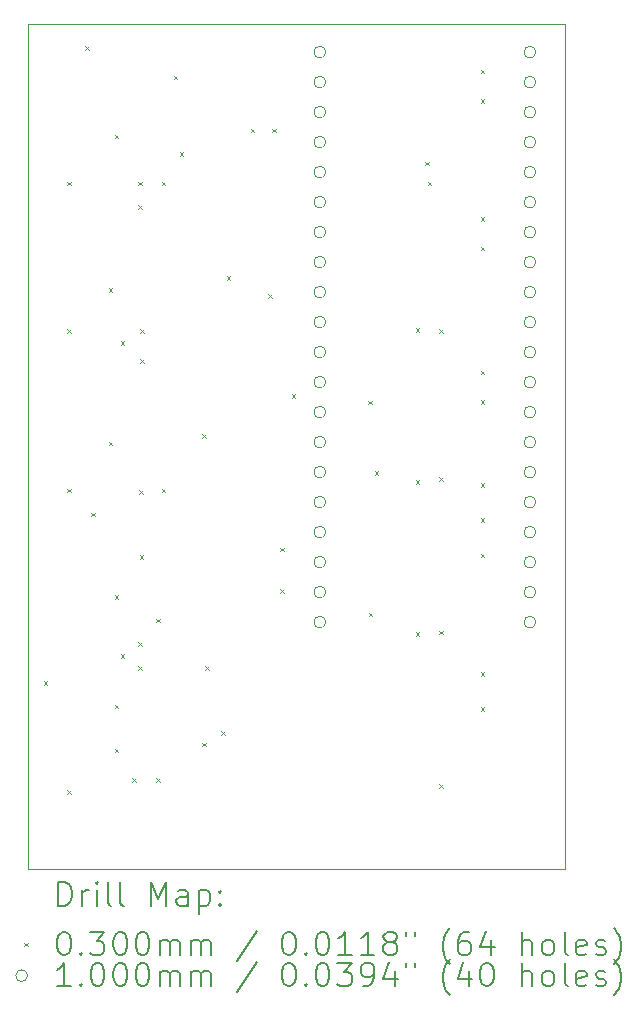
<source format=gbr>
%TF.GenerationSoftware,KiCad,Pcbnew,8.0.1*%
%TF.CreationDate,2024-03-31T18:38:25-05:00*%
%TF.ProjectId,dinoctopus_v2,64696e6f-6374-46f7-9075-735f76322e6b,rev?*%
%TF.SameCoordinates,Original*%
%TF.FileFunction,Drillmap*%
%TF.FilePolarity,Positive*%
%FSLAX45Y45*%
G04 Gerber Fmt 4.5, Leading zero omitted, Abs format (unit mm)*
G04 Created by KiCad (PCBNEW 8.0.1) date 2024-03-31 18:38:25*
%MOMM*%
%LPD*%
G01*
G04 APERTURE LIST*
%ADD10C,0.050000*%
%ADD11C,0.200000*%
%ADD12C,0.100000*%
G04 APERTURE END LIST*
D10*
X2650000Y-2950000D02*
X7200000Y-2950000D01*
X7200000Y-10100000D01*
X2650000Y-10100000D01*
X2650000Y-2950000D01*
D11*
D12*
X2785000Y-8513750D02*
X2815000Y-8543750D01*
X2815000Y-8513750D02*
X2785000Y-8543750D01*
X2985000Y-4285000D02*
X3015000Y-4315000D01*
X3015000Y-4285000D02*
X2985000Y-4315000D01*
X2985000Y-5535000D02*
X3015000Y-5565000D01*
X3015000Y-5535000D02*
X2985000Y-5565000D01*
X2985000Y-6885000D02*
X3015000Y-6915000D01*
X3015000Y-6885000D02*
X2985000Y-6915000D01*
X2985000Y-9435000D02*
X3015000Y-9465000D01*
X3015000Y-9435000D02*
X2985000Y-9465000D01*
X3135000Y-3135000D02*
X3165000Y-3165000D01*
X3165000Y-3135000D02*
X3135000Y-3165000D01*
X3185000Y-7085000D02*
X3215000Y-7115000D01*
X3215000Y-7085000D02*
X3185000Y-7115000D01*
X3335000Y-5185000D02*
X3365000Y-5215000D01*
X3365000Y-5185000D02*
X3335000Y-5215000D01*
X3335000Y-6485000D02*
X3365000Y-6515000D01*
X3365000Y-6485000D02*
X3335000Y-6515000D01*
X3385000Y-3885000D02*
X3415000Y-3915000D01*
X3415000Y-3885000D02*
X3385000Y-3915000D01*
X3385000Y-7785000D02*
X3415000Y-7815000D01*
X3415000Y-7785000D02*
X3385000Y-7815000D01*
X3385000Y-8712778D02*
X3415000Y-8742778D01*
X3415000Y-8712778D02*
X3385000Y-8742778D01*
X3385000Y-9085000D02*
X3415000Y-9115000D01*
X3415000Y-9085000D02*
X3385000Y-9115000D01*
X3435000Y-5635000D02*
X3465000Y-5665000D01*
X3465000Y-5635000D02*
X3435000Y-5665000D01*
X3435000Y-8285000D02*
X3465000Y-8315000D01*
X3465000Y-8285000D02*
X3435000Y-8315000D01*
X3535000Y-9335000D02*
X3565000Y-9365000D01*
X3565000Y-9335000D02*
X3535000Y-9365000D01*
X3585000Y-4285000D02*
X3615000Y-4315000D01*
X3615000Y-4285000D02*
X3585000Y-4315000D01*
X3585000Y-4485000D02*
X3615000Y-4515000D01*
X3615000Y-4485000D02*
X3585000Y-4515000D01*
X3585000Y-8185000D02*
X3615000Y-8215000D01*
X3615000Y-8185000D02*
X3585000Y-8215000D01*
X3585000Y-8385000D02*
X3615000Y-8415000D01*
X3615000Y-8385000D02*
X3585000Y-8415000D01*
X3592810Y-6897017D02*
X3622810Y-6927017D01*
X3622810Y-6897017D02*
X3592810Y-6927017D01*
X3595655Y-7445655D02*
X3625655Y-7475655D01*
X3625655Y-7445655D02*
X3595655Y-7475655D01*
X3602500Y-5535000D02*
X3632500Y-5565000D01*
X3632500Y-5535000D02*
X3602500Y-5565000D01*
X3602500Y-5785000D02*
X3632500Y-5815000D01*
X3632500Y-5785000D02*
X3602500Y-5815000D01*
X3735000Y-7985000D02*
X3765000Y-8015000D01*
X3765000Y-7985000D02*
X3735000Y-8015000D01*
X3735000Y-9335000D02*
X3765000Y-9365000D01*
X3765000Y-9335000D02*
X3735000Y-9365000D01*
X3785000Y-4285000D02*
X3815000Y-4315000D01*
X3815000Y-4285000D02*
X3785000Y-4315000D01*
X3785000Y-6885000D02*
X3815000Y-6915000D01*
X3815000Y-6885000D02*
X3785000Y-6915000D01*
X3885000Y-3385000D02*
X3915000Y-3415000D01*
X3915000Y-3385000D02*
X3885000Y-3415000D01*
X3935000Y-4035000D02*
X3965000Y-4065000D01*
X3965000Y-4035000D02*
X3935000Y-4065000D01*
X4125000Y-6423889D02*
X4155000Y-6453889D01*
X4155000Y-6423889D02*
X4125000Y-6453889D01*
X4125000Y-9032777D02*
X4155000Y-9062777D01*
X4155000Y-9032777D02*
X4125000Y-9062777D01*
X4152500Y-8385000D02*
X4182500Y-8415000D01*
X4182500Y-8385000D02*
X4152500Y-8415000D01*
X4285000Y-8935000D02*
X4315000Y-8965000D01*
X4315000Y-8935000D02*
X4285000Y-8965000D01*
X4335000Y-5085000D02*
X4365000Y-5115000D01*
X4365000Y-5085000D02*
X4335000Y-5115000D01*
X4535000Y-3835000D02*
X4565000Y-3865000D01*
X4565000Y-3835000D02*
X4535000Y-3865000D01*
X4685000Y-5235000D02*
X4715000Y-5265000D01*
X4715000Y-5235000D02*
X4685000Y-5265000D01*
X4717500Y-3835000D02*
X4747500Y-3865000D01*
X4747500Y-3835000D02*
X4717500Y-3865000D01*
X4785000Y-7385000D02*
X4815000Y-7415000D01*
X4815000Y-7385000D02*
X4785000Y-7415000D01*
X4785000Y-7735000D02*
X4815000Y-7765000D01*
X4815000Y-7735000D02*
X4785000Y-7765000D01*
X4885000Y-6085000D02*
X4915000Y-6115000D01*
X4915000Y-6085000D02*
X4885000Y-6115000D01*
X5532000Y-6139000D02*
X5562000Y-6169000D01*
X5562000Y-6139000D02*
X5532000Y-6169000D01*
X5535000Y-7935000D02*
X5565000Y-7965000D01*
X5565000Y-7935000D02*
X5535000Y-7965000D01*
X5585000Y-6735000D02*
X5615000Y-6765000D01*
X5615000Y-6735000D02*
X5585000Y-6765000D01*
X5935000Y-5522500D02*
X5965000Y-5552500D01*
X5965000Y-5522500D02*
X5935000Y-5552500D01*
X5935000Y-6810000D02*
X5965000Y-6840000D01*
X5965000Y-6810000D02*
X5935000Y-6840000D01*
X5935000Y-8097500D02*
X5965000Y-8127500D01*
X5965000Y-8097500D02*
X5935000Y-8127500D01*
X6014233Y-4113418D02*
X6044233Y-4143418D01*
X6044233Y-4113418D02*
X6014233Y-4143418D01*
X6035000Y-4285000D02*
X6065000Y-4315000D01*
X6065000Y-4285000D02*
X6035000Y-4315000D01*
X6135000Y-5535000D02*
X6165000Y-5565000D01*
X6165000Y-5535000D02*
X6135000Y-5565000D01*
X6135000Y-6785000D02*
X6165000Y-6815000D01*
X6165000Y-6785000D02*
X6135000Y-6815000D01*
X6135000Y-8085000D02*
X6165000Y-8115000D01*
X6165000Y-8085000D02*
X6135000Y-8115000D01*
X6135000Y-9385000D02*
X6165000Y-9415000D01*
X6165000Y-9385000D02*
X6135000Y-9415000D01*
X6485000Y-3335000D02*
X6515000Y-3365000D01*
X6515000Y-3335000D02*
X6485000Y-3365000D01*
X6485000Y-3585000D02*
X6515000Y-3615000D01*
X6515000Y-3585000D02*
X6485000Y-3615000D01*
X6485000Y-4585000D02*
X6515000Y-4615000D01*
X6515000Y-4585000D02*
X6485000Y-4615000D01*
X6485000Y-4835000D02*
X6515000Y-4865000D01*
X6515000Y-4835000D02*
X6485000Y-4865000D01*
X6485000Y-5885000D02*
X6515000Y-5915000D01*
X6515000Y-5885000D02*
X6485000Y-5915000D01*
X6485000Y-6135000D02*
X6515000Y-6165000D01*
X6515000Y-6135000D02*
X6485000Y-6165000D01*
X6485000Y-6835000D02*
X6515000Y-6865000D01*
X6515000Y-6835000D02*
X6485000Y-6865000D01*
X6485000Y-7135000D02*
X6515000Y-7165000D01*
X6515000Y-7135000D02*
X6485000Y-7165000D01*
X6485000Y-7435000D02*
X6515000Y-7465000D01*
X6515000Y-7435000D02*
X6485000Y-7465000D01*
X6485000Y-8435000D02*
X6515000Y-8465000D01*
X6515000Y-8435000D02*
X6485000Y-8465000D01*
X6485000Y-8735000D02*
X6515000Y-8765000D01*
X6515000Y-8735000D02*
X6485000Y-8765000D01*
X5171778Y-3186566D02*
G75*
G02*
X5071778Y-3186566I-50000J0D01*
G01*
X5071778Y-3186566D02*
G75*
G02*
X5171778Y-3186566I50000J0D01*
G01*
X5171778Y-3440566D02*
G75*
G02*
X5071778Y-3440566I-50000J0D01*
G01*
X5071778Y-3440566D02*
G75*
G02*
X5171778Y-3440566I50000J0D01*
G01*
X5171778Y-3694566D02*
G75*
G02*
X5071778Y-3694566I-50000J0D01*
G01*
X5071778Y-3694566D02*
G75*
G02*
X5171778Y-3694566I50000J0D01*
G01*
X5171778Y-3948566D02*
G75*
G02*
X5071778Y-3948566I-50000J0D01*
G01*
X5071778Y-3948566D02*
G75*
G02*
X5171778Y-3948566I50000J0D01*
G01*
X5171778Y-4202566D02*
G75*
G02*
X5071778Y-4202566I-50000J0D01*
G01*
X5071778Y-4202566D02*
G75*
G02*
X5171778Y-4202566I50000J0D01*
G01*
X5171778Y-4456566D02*
G75*
G02*
X5071778Y-4456566I-50000J0D01*
G01*
X5071778Y-4456566D02*
G75*
G02*
X5171778Y-4456566I50000J0D01*
G01*
X5171778Y-4710566D02*
G75*
G02*
X5071778Y-4710566I-50000J0D01*
G01*
X5071778Y-4710566D02*
G75*
G02*
X5171778Y-4710566I50000J0D01*
G01*
X5171778Y-4964566D02*
G75*
G02*
X5071778Y-4964566I-50000J0D01*
G01*
X5071778Y-4964566D02*
G75*
G02*
X5171778Y-4964566I50000J0D01*
G01*
X5171778Y-5218566D02*
G75*
G02*
X5071778Y-5218566I-50000J0D01*
G01*
X5071778Y-5218566D02*
G75*
G02*
X5171778Y-5218566I50000J0D01*
G01*
X5171778Y-5472566D02*
G75*
G02*
X5071778Y-5472566I-50000J0D01*
G01*
X5071778Y-5472566D02*
G75*
G02*
X5171778Y-5472566I50000J0D01*
G01*
X5171778Y-5726566D02*
G75*
G02*
X5071778Y-5726566I-50000J0D01*
G01*
X5071778Y-5726566D02*
G75*
G02*
X5171778Y-5726566I50000J0D01*
G01*
X5171778Y-5980566D02*
G75*
G02*
X5071778Y-5980566I-50000J0D01*
G01*
X5071778Y-5980566D02*
G75*
G02*
X5171778Y-5980566I50000J0D01*
G01*
X5171778Y-6234566D02*
G75*
G02*
X5071778Y-6234566I-50000J0D01*
G01*
X5071778Y-6234566D02*
G75*
G02*
X5171778Y-6234566I50000J0D01*
G01*
X5171778Y-6488566D02*
G75*
G02*
X5071778Y-6488566I-50000J0D01*
G01*
X5071778Y-6488566D02*
G75*
G02*
X5171778Y-6488566I50000J0D01*
G01*
X5171778Y-6742566D02*
G75*
G02*
X5071778Y-6742566I-50000J0D01*
G01*
X5071778Y-6742566D02*
G75*
G02*
X5171778Y-6742566I50000J0D01*
G01*
X5171778Y-6996566D02*
G75*
G02*
X5071778Y-6996566I-50000J0D01*
G01*
X5071778Y-6996566D02*
G75*
G02*
X5171778Y-6996566I50000J0D01*
G01*
X5171778Y-7250566D02*
G75*
G02*
X5071778Y-7250566I-50000J0D01*
G01*
X5071778Y-7250566D02*
G75*
G02*
X5171778Y-7250566I50000J0D01*
G01*
X5171778Y-7504566D02*
G75*
G02*
X5071778Y-7504566I-50000J0D01*
G01*
X5071778Y-7504566D02*
G75*
G02*
X5171778Y-7504566I50000J0D01*
G01*
X5171778Y-7758566D02*
G75*
G02*
X5071778Y-7758566I-50000J0D01*
G01*
X5071778Y-7758566D02*
G75*
G02*
X5171778Y-7758566I50000J0D01*
G01*
X5171778Y-8012566D02*
G75*
G02*
X5071778Y-8012566I-50000J0D01*
G01*
X5071778Y-8012566D02*
G75*
G02*
X5171778Y-8012566I50000J0D01*
G01*
X6950000Y-3186693D02*
G75*
G02*
X6850000Y-3186693I-50000J0D01*
G01*
X6850000Y-3186693D02*
G75*
G02*
X6950000Y-3186693I50000J0D01*
G01*
X6950000Y-3440693D02*
G75*
G02*
X6850000Y-3440693I-50000J0D01*
G01*
X6850000Y-3440693D02*
G75*
G02*
X6950000Y-3440693I50000J0D01*
G01*
X6950000Y-3694693D02*
G75*
G02*
X6850000Y-3694693I-50000J0D01*
G01*
X6850000Y-3694693D02*
G75*
G02*
X6950000Y-3694693I50000J0D01*
G01*
X6950000Y-3948693D02*
G75*
G02*
X6850000Y-3948693I-50000J0D01*
G01*
X6850000Y-3948693D02*
G75*
G02*
X6950000Y-3948693I50000J0D01*
G01*
X6950000Y-4202693D02*
G75*
G02*
X6850000Y-4202693I-50000J0D01*
G01*
X6850000Y-4202693D02*
G75*
G02*
X6950000Y-4202693I50000J0D01*
G01*
X6950000Y-4456693D02*
G75*
G02*
X6850000Y-4456693I-50000J0D01*
G01*
X6850000Y-4456693D02*
G75*
G02*
X6950000Y-4456693I50000J0D01*
G01*
X6950000Y-4710693D02*
G75*
G02*
X6850000Y-4710693I-50000J0D01*
G01*
X6850000Y-4710693D02*
G75*
G02*
X6950000Y-4710693I50000J0D01*
G01*
X6950000Y-4964693D02*
G75*
G02*
X6850000Y-4964693I-50000J0D01*
G01*
X6850000Y-4964693D02*
G75*
G02*
X6950000Y-4964693I50000J0D01*
G01*
X6950000Y-5218693D02*
G75*
G02*
X6850000Y-5218693I-50000J0D01*
G01*
X6850000Y-5218693D02*
G75*
G02*
X6950000Y-5218693I50000J0D01*
G01*
X6950000Y-5472693D02*
G75*
G02*
X6850000Y-5472693I-50000J0D01*
G01*
X6850000Y-5472693D02*
G75*
G02*
X6950000Y-5472693I50000J0D01*
G01*
X6950000Y-5726693D02*
G75*
G02*
X6850000Y-5726693I-50000J0D01*
G01*
X6850000Y-5726693D02*
G75*
G02*
X6950000Y-5726693I50000J0D01*
G01*
X6950000Y-5980693D02*
G75*
G02*
X6850000Y-5980693I-50000J0D01*
G01*
X6850000Y-5980693D02*
G75*
G02*
X6950000Y-5980693I50000J0D01*
G01*
X6950000Y-6234693D02*
G75*
G02*
X6850000Y-6234693I-50000J0D01*
G01*
X6850000Y-6234693D02*
G75*
G02*
X6950000Y-6234693I50000J0D01*
G01*
X6950000Y-6488693D02*
G75*
G02*
X6850000Y-6488693I-50000J0D01*
G01*
X6850000Y-6488693D02*
G75*
G02*
X6950000Y-6488693I50000J0D01*
G01*
X6950000Y-6742693D02*
G75*
G02*
X6850000Y-6742693I-50000J0D01*
G01*
X6850000Y-6742693D02*
G75*
G02*
X6950000Y-6742693I50000J0D01*
G01*
X6950000Y-6996693D02*
G75*
G02*
X6850000Y-6996693I-50000J0D01*
G01*
X6850000Y-6996693D02*
G75*
G02*
X6950000Y-6996693I50000J0D01*
G01*
X6950000Y-7250693D02*
G75*
G02*
X6850000Y-7250693I-50000J0D01*
G01*
X6850000Y-7250693D02*
G75*
G02*
X6950000Y-7250693I50000J0D01*
G01*
X6950000Y-7504693D02*
G75*
G02*
X6850000Y-7504693I-50000J0D01*
G01*
X6850000Y-7504693D02*
G75*
G02*
X6950000Y-7504693I50000J0D01*
G01*
X6950000Y-7758693D02*
G75*
G02*
X6850000Y-7758693I-50000J0D01*
G01*
X6850000Y-7758693D02*
G75*
G02*
X6950000Y-7758693I50000J0D01*
G01*
X6950000Y-8012693D02*
G75*
G02*
X6850000Y-8012693I-50000J0D01*
G01*
X6850000Y-8012693D02*
G75*
G02*
X6950000Y-8012693I50000J0D01*
G01*
D11*
X2908277Y-10413984D02*
X2908277Y-10213984D01*
X2908277Y-10213984D02*
X2955896Y-10213984D01*
X2955896Y-10213984D02*
X2984467Y-10223508D01*
X2984467Y-10223508D02*
X3003515Y-10242555D01*
X3003515Y-10242555D02*
X3013039Y-10261603D01*
X3013039Y-10261603D02*
X3022562Y-10299698D01*
X3022562Y-10299698D02*
X3022562Y-10328270D01*
X3022562Y-10328270D02*
X3013039Y-10366365D01*
X3013039Y-10366365D02*
X3003515Y-10385412D01*
X3003515Y-10385412D02*
X2984467Y-10404460D01*
X2984467Y-10404460D02*
X2955896Y-10413984D01*
X2955896Y-10413984D02*
X2908277Y-10413984D01*
X3108277Y-10413984D02*
X3108277Y-10280650D01*
X3108277Y-10318746D02*
X3117801Y-10299698D01*
X3117801Y-10299698D02*
X3127324Y-10290174D01*
X3127324Y-10290174D02*
X3146372Y-10280650D01*
X3146372Y-10280650D02*
X3165420Y-10280650D01*
X3232086Y-10413984D02*
X3232086Y-10280650D01*
X3232086Y-10213984D02*
X3222562Y-10223508D01*
X3222562Y-10223508D02*
X3232086Y-10233031D01*
X3232086Y-10233031D02*
X3241610Y-10223508D01*
X3241610Y-10223508D02*
X3232086Y-10213984D01*
X3232086Y-10213984D02*
X3232086Y-10233031D01*
X3355896Y-10413984D02*
X3336848Y-10404460D01*
X3336848Y-10404460D02*
X3327324Y-10385412D01*
X3327324Y-10385412D02*
X3327324Y-10213984D01*
X3460658Y-10413984D02*
X3441610Y-10404460D01*
X3441610Y-10404460D02*
X3432086Y-10385412D01*
X3432086Y-10385412D02*
X3432086Y-10213984D01*
X3689229Y-10413984D02*
X3689229Y-10213984D01*
X3689229Y-10213984D02*
X3755896Y-10356841D01*
X3755896Y-10356841D02*
X3822562Y-10213984D01*
X3822562Y-10213984D02*
X3822562Y-10413984D01*
X4003515Y-10413984D02*
X4003515Y-10309222D01*
X4003515Y-10309222D02*
X3993991Y-10290174D01*
X3993991Y-10290174D02*
X3974943Y-10280650D01*
X3974943Y-10280650D02*
X3936848Y-10280650D01*
X3936848Y-10280650D02*
X3917801Y-10290174D01*
X4003515Y-10404460D02*
X3984467Y-10413984D01*
X3984467Y-10413984D02*
X3936848Y-10413984D01*
X3936848Y-10413984D02*
X3917801Y-10404460D01*
X3917801Y-10404460D02*
X3908277Y-10385412D01*
X3908277Y-10385412D02*
X3908277Y-10366365D01*
X3908277Y-10366365D02*
X3917801Y-10347317D01*
X3917801Y-10347317D02*
X3936848Y-10337793D01*
X3936848Y-10337793D02*
X3984467Y-10337793D01*
X3984467Y-10337793D02*
X4003515Y-10328270D01*
X4098753Y-10280650D02*
X4098753Y-10480650D01*
X4098753Y-10290174D02*
X4117801Y-10280650D01*
X4117801Y-10280650D02*
X4155896Y-10280650D01*
X4155896Y-10280650D02*
X4174943Y-10290174D01*
X4174943Y-10290174D02*
X4184467Y-10299698D01*
X4184467Y-10299698D02*
X4193991Y-10318746D01*
X4193991Y-10318746D02*
X4193991Y-10375889D01*
X4193991Y-10375889D02*
X4184467Y-10394936D01*
X4184467Y-10394936D02*
X4174943Y-10404460D01*
X4174943Y-10404460D02*
X4155896Y-10413984D01*
X4155896Y-10413984D02*
X4117801Y-10413984D01*
X4117801Y-10413984D02*
X4098753Y-10404460D01*
X4279705Y-10394936D02*
X4289229Y-10404460D01*
X4289229Y-10404460D02*
X4279705Y-10413984D01*
X4279705Y-10413984D02*
X4270182Y-10404460D01*
X4270182Y-10404460D02*
X4279705Y-10394936D01*
X4279705Y-10394936D02*
X4279705Y-10413984D01*
X4279705Y-10290174D02*
X4289229Y-10299698D01*
X4289229Y-10299698D02*
X4279705Y-10309222D01*
X4279705Y-10309222D02*
X4270182Y-10299698D01*
X4270182Y-10299698D02*
X4279705Y-10290174D01*
X4279705Y-10290174D02*
X4279705Y-10309222D01*
D12*
X2617500Y-10727500D02*
X2647500Y-10757500D01*
X2647500Y-10727500D02*
X2617500Y-10757500D01*
D11*
X2946372Y-10633984D02*
X2965420Y-10633984D01*
X2965420Y-10633984D02*
X2984467Y-10643508D01*
X2984467Y-10643508D02*
X2993991Y-10653031D01*
X2993991Y-10653031D02*
X3003515Y-10672079D01*
X3003515Y-10672079D02*
X3013039Y-10710174D01*
X3013039Y-10710174D02*
X3013039Y-10757793D01*
X3013039Y-10757793D02*
X3003515Y-10795889D01*
X3003515Y-10795889D02*
X2993991Y-10814936D01*
X2993991Y-10814936D02*
X2984467Y-10824460D01*
X2984467Y-10824460D02*
X2965420Y-10833984D01*
X2965420Y-10833984D02*
X2946372Y-10833984D01*
X2946372Y-10833984D02*
X2927324Y-10824460D01*
X2927324Y-10824460D02*
X2917801Y-10814936D01*
X2917801Y-10814936D02*
X2908277Y-10795889D01*
X2908277Y-10795889D02*
X2898753Y-10757793D01*
X2898753Y-10757793D02*
X2898753Y-10710174D01*
X2898753Y-10710174D02*
X2908277Y-10672079D01*
X2908277Y-10672079D02*
X2917801Y-10653031D01*
X2917801Y-10653031D02*
X2927324Y-10643508D01*
X2927324Y-10643508D02*
X2946372Y-10633984D01*
X3098753Y-10814936D02*
X3108277Y-10824460D01*
X3108277Y-10824460D02*
X3098753Y-10833984D01*
X3098753Y-10833984D02*
X3089229Y-10824460D01*
X3089229Y-10824460D02*
X3098753Y-10814936D01*
X3098753Y-10814936D02*
X3098753Y-10833984D01*
X3174943Y-10633984D02*
X3298753Y-10633984D01*
X3298753Y-10633984D02*
X3232086Y-10710174D01*
X3232086Y-10710174D02*
X3260658Y-10710174D01*
X3260658Y-10710174D02*
X3279705Y-10719698D01*
X3279705Y-10719698D02*
X3289229Y-10729222D01*
X3289229Y-10729222D02*
X3298753Y-10748270D01*
X3298753Y-10748270D02*
X3298753Y-10795889D01*
X3298753Y-10795889D02*
X3289229Y-10814936D01*
X3289229Y-10814936D02*
X3279705Y-10824460D01*
X3279705Y-10824460D02*
X3260658Y-10833984D01*
X3260658Y-10833984D02*
X3203515Y-10833984D01*
X3203515Y-10833984D02*
X3184467Y-10824460D01*
X3184467Y-10824460D02*
X3174943Y-10814936D01*
X3422562Y-10633984D02*
X3441610Y-10633984D01*
X3441610Y-10633984D02*
X3460658Y-10643508D01*
X3460658Y-10643508D02*
X3470182Y-10653031D01*
X3470182Y-10653031D02*
X3479705Y-10672079D01*
X3479705Y-10672079D02*
X3489229Y-10710174D01*
X3489229Y-10710174D02*
X3489229Y-10757793D01*
X3489229Y-10757793D02*
X3479705Y-10795889D01*
X3479705Y-10795889D02*
X3470182Y-10814936D01*
X3470182Y-10814936D02*
X3460658Y-10824460D01*
X3460658Y-10824460D02*
X3441610Y-10833984D01*
X3441610Y-10833984D02*
X3422562Y-10833984D01*
X3422562Y-10833984D02*
X3403515Y-10824460D01*
X3403515Y-10824460D02*
X3393991Y-10814936D01*
X3393991Y-10814936D02*
X3384467Y-10795889D01*
X3384467Y-10795889D02*
X3374943Y-10757793D01*
X3374943Y-10757793D02*
X3374943Y-10710174D01*
X3374943Y-10710174D02*
X3384467Y-10672079D01*
X3384467Y-10672079D02*
X3393991Y-10653031D01*
X3393991Y-10653031D02*
X3403515Y-10643508D01*
X3403515Y-10643508D02*
X3422562Y-10633984D01*
X3613039Y-10633984D02*
X3632086Y-10633984D01*
X3632086Y-10633984D02*
X3651134Y-10643508D01*
X3651134Y-10643508D02*
X3660658Y-10653031D01*
X3660658Y-10653031D02*
X3670182Y-10672079D01*
X3670182Y-10672079D02*
X3679705Y-10710174D01*
X3679705Y-10710174D02*
X3679705Y-10757793D01*
X3679705Y-10757793D02*
X3670182Y-10795889D01*
X3670182Y-10795889D02*
X3660658Y-10814936D01*
X3660658Y-10814936D02*
X3651134Y-10824460D01*
X3651134Y-10824460D02*
X3632086Y-10833984D01*
X3632086Y-10833984D02*
X3613039Y-10833984D01*
X3613039Y-10833984D02*
X3593991Y-10824460D01*
X3593991Y-10824460D02*
X3584467Y-10814936D01*
X3584467Y-10814936D02*
X3574943Y-10795889D01*
X3574943Y-10795889D02*
X3565420Y-10757793D01*
X3565420Y-10757793D02*
X3565420Y-10710174D01*
X3565420Y-10710174D02*
X3574943Y-10672079D01*
X3574943Y-10672079D02*
X3584467Y-10653031D01*
X3584467Y-10653031D02*
X3593991Y-10643508D01*
X3593991Y-10643508D02*
X3613039Y-10633984D01*
X3765420Y-10833984D02*
X3765420Y-10700650D01*
X3765420Y-10719698D02*
X3774943Y-10710174D01*
X3774943Y-10710174D02*
X3793991Y-10700650D01*
X3793991Y-10700650D02*
X3822563Y-10700650D01*
X3822563Y-10700650D02*
X3841610Y-10710174D01*
X3841610Y-10710174D02*
X3851134Y-10729222D01*
X3851134Y-10729222D02*
X3851134Y-10833984D01*
X3851134Y-10729222D02*
X3860658Y-10710174D01*
X3860658Y-10710174D02*
X3879705Y-10700650D01*
X3879705Y-10700650D02*
X3908277Y-10700650D01*
X3908277Y-10700650D02*
X3927324Y-10710174D01*
X3927324Y-10710174D02*
X3936848Y-10729222D01*
X3936848Y-10729222D02*
X3936848Y-10833984D01*
X4032086Y-10833984D02*
X4032086Y-10700650D01*
X4032086Y-10719698D02*
X4041610Y-10710174D01*
X4041610Y-10710174D02*
X4060658Y-10700650D01*
X4060658Y-10700650D02*
X4089229Y-10700650D01*
X4089229Y-10700650D02*
X4108277Y-10710174D01*
X4108277Y-10710174D02*
X4117801Y-10729222D01*
X4117801Y-10729222D02*
X4117801Y-10833984D01*
X4117801Y-10729222D02*
X4127324Y-10710174D01*
X4127324Y-10710174D02*
X4146372Y-10700650D01*
X4146372Y-10700650D02*
X4174943Y-10700650D01*
X4174943Y-10700650D02*
X4193991Y-10710174D01*
X4193991Y-10710174D02*
X4203515Y-10729222D01*
X4203515Y-10729222D02*
X4203515Y-10833984D01*
X4593991Y-10624460D02*
X4422563Y-10881603D01*
X4851134Y-10633984D02*
X4870182Y-10633984D01*
X4870182Y-10633984D02*
X4889229Y-10643508D01*
X4889229Y-10643508D02*
X4898753Y-10653031D01*
X4898753Y-10653031D02*
X4908277Y-10672079D01*
X4908277Y-10672079D02*
X4917801Y-10710174D01*
X4917801Y-10710174D02*
X4917801Y-10757793D01*
X4917801Y-10757793D02*
X4908277Y-10795889D01*
X4908277Y-10795889D02*
X4898753Y-10814936D01*
X4898753Y-10814936D02*
X4889229Y-10824460D01*
X4889229Y-10824460D02*
X4870182Y-10833984D01*
X4870182Y-10833984D02*
X4851134Y-10833984D01*
X4851134Y-10833984D02*
X4832087Y-10824460D01*
X4832087Y-10824460D02*
X4822563Y-10814936D01*
X4822563Y-10814936D02*
X4813039Y-10795889D01*
X4813039Y-10795889D02*
X4803515Y-10757793D01*
X4803515Y-10757793D02*
X4803515Y-10710174D01*
X4803515Y-10710174D02*
X4813039Y-10672079D01*
X4813039Y-10672079D02*
X4822563Y-10653031D01*
X4822563Y-10653031D02*
X4832087Y-10643508D01*
X4832087Y-10643508D02*
X4851134Y-10633984D01*
X5003515Y-10814936D02*
X5013039Y-10824460D01*
X5013039Y-10824460D02*
X5003515Y-10833984D01*
X5003515Y-10833984D02*
X4993991Y-10824460D01*
X4993991Y-10824460D02*
X5003515Y-10814936D01*
X5003515Y-10814936D02*
X5003515Y-10833984D01*
X5136848Y-10633984D02*
X5155896Y-10633984D01*
X5155896Y-10633984D02*
X5174944Y-10643508D01*
X5174944Y-10643508D02*
X5184468Y-10653031D01*
X5184468Y-10653031D02*
X5193991Y-10672079D01*
X5193991Y-10672079D02*
X5203515Y-10710174D01*
X5203515Y-10710174D02*
X5203515Y-10757793D01*
X5203515Y-10757793D02*
X5193991Y-10795889D01*
X5193991Y-10795889D02*
X5184468Y-10814936D01*
X5184468Y-10814936D02*
X5174944Y-10824460D01*
X5174944Y-10824460D02*
X5155896Y-10833984D01*
X5155896Y-10833984D02*
X5136848Y-10833984D01*
X5136848Y-10833984D02*
X5117801Y-10824460D01*
X5117801Y-10824460D02*
X5108277Y-10814936D01*
X5108277Y-10814936D02*
X5098753Y-10795889D01*
X5098753Y-10795889D02*
X5089229Y-10757793D01*
X5089229Y-10757793D02*
X5089229Y-10710174D01*
X5089229Y-10710174D02*
X5098753Y-10672079D01*
X5098753Y-10672079D02*
X5108277Y-10653031D01*
X5108277Y-10653031D02*
X5117801Y-10643508D01*
X5117801Y-10643508D02*
X5136848Y-10633984D01*
X5393991Y-10833984D02*
X5279706Y-10833984D01*
X5336848Y-10833984D02*
X5336848Y-10633984D01*
X5336848Y-10633984D02*
X5317801Y-10662555D01*
X5317801Y-10662555D02*
X5298753Y-10681603D01*
X5298753Y-10681603D02*
X5279706Y-10691127D01*
X5584468Y-10833984D02*
X5470182Y-10833984D01*
X5527325Y-10833984D02*
X5527325Y-10633984D01*
X5527325Y-10633984D02*
X5508277Y-10662555D01*
X5508277Y-10662555D02*
X5489229Y-10681603D01*
X5489229Y-10681603D02*
X5470182Y-10691127D01*
X5698753Y-10719698D02*
X5679706Y-10710174D01*
X5679706Y-10710174D02*
X5670182Y-10700650D01*
X5670182Y-10700650D02*
X5660658Y-10681603D01*
X5660658Y-10681603D02*
X5660658Y-10672079D01*
X5660658Y-10672079D02*
X5670182Y-10653031D01*
X5670182Y-10653031D02*
X5679706Y-10643508D01*
X5679706Y-10643508D02*
X5698753Y-10633984D01*
X5698753Y-10633984D02*
X5736848Y-10633984D01*
X5736848Y-10633984D02*
X5755896Y-10643508D01*
X5755896Y-10643508D02*
X5765420Y-10653031D01*
X5765420Y-10653031D02*
X5774944Y-10672079D01*
X5774944Y-10672079D02*
X5774944Y-10681603D01*
X5774944Y-10681603D02*
X5765420Y-10700650D01*
X5765420Y-10700650D02*
X5755896Y-10710174D01*
X5755896Y-10710174D02*
X5736848Y-10719698D01*
X5736848Y-10719698D02*
X5698753Y-10719698D01*
X5698753Y-10719698D02*
X5679706Y-10729222D01*
X5679706Y-10729222D02*
X5670182Y-10738746D01*
X5670182Y-10738746D02*
X5660658Y-10757793D01*
X5660658Y-10757793D02*
X5660658Y-10795889D01*
X5660658Y-10795889D02*
X5670182Y-10814936D01*
X5670182Y-10814936D02*
X5679706Y-10824460D01*
X5679706Y-10824460D02*
X5698753Y-10833984D01*
X5698753Y-10833984D02*
X5736848Y-10833984D01*
X5736848Y-10833984D02*
X5755896Y-10824460D01*
X5755896Y-10824460D02*
X5765420Y-10814936D01*
X5765420Y-10814936D02*
X5774944Y-10795889D01*
X5774944Y-10795889D02*
X5774944Y-10757793D01*
X5774944Y-10757793D02*
X5765420Y-10738746D01*
X5765420Y-10738746D02*
X5755896Y-10729222D01*
X5755896Y-10729222D02*
X5736848Y-10719698D01*
X5851134Y-10633984D02*
X5851134Y-10672079D01*
X5927325Y-10633984D02*
X5927325Y-10672079D01*
X6222563Y-10910174D02*
X6213039Y-10900650D01*
X6213039Y-10900650D02*
X6193991Y-10872079D01*
X6193991Y-10872079D02*
X6184468Y-10853031D01*
X6184468Y-10853031D02*
X6174944Y-10824460D01*
X6174944Y-10824460D02*
X6165420Y-10776841D01*
X6165420Y-10776841D02*
X6165420Y-10738746D01*
X6165420Y-10738746D02*
X6174944Y-10691127D01*
X6174944Y-10691127D02*
X6184468Y-10662555D01*
X6184468Y-10662555D02*
X6193991Y-10643508D01*
X6193991Y-10643508D02*
X6213039Y-10614936D01*
X6213039Y-10614936D02*
X6222563Y-10605412D01*
X6384468Y-10633984D02*
X6346372Y-10633984D01*
X6346372Y-10633984D02*
X6327325Y-10643508D01*
X6327325Y-10643508D02*
X6317801Y-10653031D01*
X6317801Y-10653031D02*
X6298753Y-10681603D01*
X6298753Y-10681603D02*
X6289229Y-10719698D01*
X6289229Y-10719698D02*
X6289229Y-10795889D01*
X6289229Y-10795889D02*
X6298753Y-10814936D01*
X6298753Y-10814936D02*
X6308277Y-10824460D01*
X6308277Y-10824460D02*
X6327325Y-10833984D01*
X6327325Y-10833984D02*
X6365420Y-10833984D01*
X6365420Y-10833984D02*
X6384468Y-10824460D01*
X6384468Y-10824460D02*
X6393991Y-10814936D01*
X6393991Y-10814936D02*
X6403515Y-10795889D01*
X6403515Y-10795889D02*
X6403515Y-10748270D01*
X6403515Y-10748270D02*
X6393991Y-10729222D01*
X6393991Y-10729222D02*
X6384468Y-10719698D01*
X6384468Y-10719698D02*
X6365420Y-10710174D01*
X6365420Y-10710174D02*
X6327325Y-10710174D01*
X6327325Y-10710174D02*
X6308277Y-10719698D01*
X6308277Y-10719698D02*
X6298753Y-10729222D01*
X6298753Y-10729222D02*
X6289229Y-10748270D01*
X6574944Y-10700650D02*
X6574944Y-10833984D01*
X6527325Y-10624460D02*
X6479706Y-10767317D01*
X6479706Y-10767317D02*
X6603515Y-10767317D01*
X6832087Y-10833984D02*
X6832087Y-10633984D01*
X6917801Y-10833984D02*
X6917801Y-10729222D01*
X6917801Y-10729222D02*
X6908277Y-10710174D01*
X6908277Y-10710174D02*
X6889230Y-10700650D01*
X6889230Y-10700650D02*
X6860658Y-10700650D01*
X6860658Y-10700650D02*
X6841610Y-10710174D01*
X6841610Y-10710174D02*
X6832087Y-10719698D01*
X7041610Y-10833984D02*
X7022563Y-10824460D01*
X7022563Y-10824460D02*
X7013039Y-10814936D01*
X7013039Y-10814936D02*
X7003515Y-10795889D01*
X7003515Y-10795889D02*
X7003515Y-10738746D01*
X7003515Y-10738746D02*
X7013039Y-10719698D01*
X7013039Y-10719698D02*
X7022563Y-10710174D01*
X7022563Y-10710174D02*
X7041610Y-10700650D01*
X7041610Y-10700650D02*
X7070182Y-10700650D01*
X7070182Y-10700650D02*
X7089230Y-10710174D01*
X7089230Y-10710174D02*
X7098753Y-10719698D01*
X7098753Y-10719698D02*
X7108277Y-10738746D01*
X7108277Y-10738746D02*
X7108277Y-10795889D01*
X7108277Y-10795889D02*
X7098753Y-10814936D01*
X7098753Y-10814936D02*
X7089230Y-10824460D01*
X7089230Y-10824460D02*
X7070182Y-10833984D01*
X7070182Y-10833984D02*
X7041610Y-10833984D01*
X7222563Y-10833984D02*
X7203515Y-10824460D01*
X7203515Y-10824460D02*
X7193991Y-10805412D01*
X7193991Y-10805412D02*
X7193991Y-10633984D01*
X7374944Y-10824460D02*
X7355896Y-10833984D01*
X7355896Y-10833984D02*
X7317801Y-10833984D01*
X7317801Y-10833984D02*
X7298753Y-10824460D01*
X7298753Y-10824460D02*
X7289230Y-10805412D01*
X7289230Y-10805412D02*
X7289230Y-10729222D01*
X7289230Y-10729222D02*
X7298753Y-10710174D01*
X7298753Y-10710174D02*
X7317801Y-10700650D01*
X7317801Y-10700650D02*
X7355896Y-10700650D01*
X7355896Y-10700650D02*
X7374944Y-10710174D01*
X7374944Y-10710174D02*
X7384468Y-10729222D01*
X7384468Y-10729222D02*
X7384468Y-10748270D01*
X7384468Y-10748270D02*
X7289230Y-10767317D01*
X7460658Y-10824460D02*
X7479706Y-10833984D01*
X7479706Y-10833984D02*
X7517801Y-10833984D01*
X7517801Y-10833984D02*
X7536849Y-10824460D01*
X7536849Y-10824460D02*
X7546372Y-10805412D01*
X7546372Y-10805412D02*
X7546372Y-10795889D01*
X7546372Y-10795889D02*
X7536849Y-10776841D01*
X7536849Y-10776841D02*
X7517801Y-10767317D01*
X7517801Y-10767317D02*
X7489230Y-10767317D01*
X7489230Y-10767317D02*
X7470182Y-10757793D01*
X7470182Y-10757793D02*
X7460658Y-10738746D01*
X7460658Y-10738746D02*
X7460658Y-10729222D01*
X7460658Y-10729222D02*
X7470182Y-10710174D01*
X7470182Y-10710174D02*
X7489230Y-10700650D01*
X7489230Y-10700650D02*
X7517801Y-10700650D01*
X7517801Y-10700650D02*
X7536849Y-10710174D01*
X7613039Y-10910174D02*
X7622563Y-10900650D01*
X7622563Y-10900650D02*
X7641611Y-10872079D01*
X7641611Y-10872079D02*
X7651134Y-10853031D01*
X7651134Y-10853031D02*
X7660658Y-10824460D01*
X7660658Y-10824460D02*
X7670182Y-10776841D01*
X7670182Y-10776841D02*
X7670182Y-10738746D01*
X7670182Y-10738746D02*
X7660658Y-10691127D01*
X7660658Y-10691127D02*
X7651134Y-10662555D01*
X7651134Y-10662555D02*
X7641611Y-10643508D01*
X7641611Y-10643508D02*
X7622563Y-10614936D01*
X7622563Y-10614936D02*
X7613039Y-10605412D01*
D12*
X2647500Y-11006500D02*
G75*
G02*
X2547500Y-11006500I-50000J0D01*
G01*
X2547500Y-11006500D02*
G75*
G02*
X2647500Y-11006500I50000J0D01*
G01*
D11*
X3013039Y-11097984D02*
X2898753Y-11097984D01*
X2955896Y-11097984D02*
X2955896Y-10897984D01*
X2955896Y-10897984D02*
X2936848Y-10926555D01*
X2936848Y-10926555D02*
X2917801Y-10945603D01*
X2917801Y-10945603D02*
X2898753Y-10955127D01*
X3098753Y-11078936D02*
X3108277Y-11088460D01*
X3108277Y-11088460D02*
X3098753Y-11097984D01*
X3098753Y-11097984D02*
X3089229Y-11088460D01*
X3089229Y-11088460D02*
X3098753Y-11078936D01*
X3098753Y-11078936D02*
X3098753Y-11097984D01*
X3232086Y-10897984D02*
X3251134Y-10897984D01*
X3251134Y-10897984D02*
X3270182Y-10907508D01*
X3270182Y-10907508D02*
X3279705Y-10917031D01*
X3279705Y-10917031D02*
X3289229Y-10936079D01*
X3289229Y-10936079D02*
X3298753Y-10974174D01*
X3298753Y-10974174D02*
X3298753Y-11021793D01*
X3298753Y-11021793D02*
X3289229Y-11059889D01*
X3289229Y-11059889D02*
X3279705Y-11078936D01*
X3279705Y-11078936D02*
X3270182Y-11088460D01*
X3270182Y-11088460D02*
X3251134Y-11097984D01*
X3251134Y-11097984D02*
X3232086Y-11097984D01*
X3232086Y-11097984D02*
X3213039Y-11088460D01*
X3213039Y-11088460D02*
X3203515Y-11078936D01*
X3203515Y-11078936D02*
X3193991Y-11059889D01*
X3193991Y-11059889D02*
X3184467Y-11021793D01*
X3184467Y-11021793D02*
X3184467Y-10974174D01*
X3184467Y-10974174D02*
X3193991Y-10936079D01*
X3193991Y-10936079D02*
X3203515Y-10917031D01*
X3203515Y-10917031D02*
X3213039Y-10907508D01*
X3213039Y-10907508D02*
X3232086Y-10897984D01*
X3422562Y-10897984D02*
X3441610Y-10897984D01*
X3441610Y-10897984D02*
X3460658Y-10907508D01*
X3460658Y-10907508D02*
X3470182Y-10917031D01*
X3470182Y-10917031D02*
X3479705Y-10936079D01*
X3479705Y-10936079D02*
X3489229Y-10974174D01*
X3489229Y-10974174D02*
X3489229Y-11021793D01*
X3489229Y-11021793D02*
X3479705Y-11059889D01*
X3479705Y-11059889D02*
X3470182Y-11078936D01*
X3470182Y-11078936D02*
X3460658Y-11088460D01*
X3460658Y-11088460D02*
X3441610Y-11097984D01*
X3441610Y-11097984D02*
X3422562Y-11097984D01*
X3422562Y-11097984D02*
X3403515Y-11088460D01*
X3403515Y-11088460D02*
X3393991Y-11078936D01*
X3393991Y-11078936D02*
X3384467Y-11059889D01*
X3384467Y-11059889D02*
X3374943Y-11021793D01*
X3374943Y-11021793D02*
X3374943Y-10974174D01*
X3374943Y-10974174D02*
X3384467Y-10936079D01*
X3384467Y-10936079D02*
X3393991Y-10917031D01*
X3393991Y-10917031D02*
X3403515Y-10907508D01*
X3403515Y-10907508D02*
X3422562Y-10897984D01*
X3613039Y-10897984D02*
X3632086Y-10897984D01*
X3632086Y-10897984D02*
X3651134Y-10907508D01*
X3651134Y-10907508D02*
X3660658Y-10917031D01*
X3660658Y-10917031D02*
X3670182Y-10936079D01*
X3670182Y-10936079D02*
X3679705Y-10974174D01*
X3679705Y-10974174D02*
X3679705Y-11021793D01*
X3679705Y-11021793D02*
X3670182Y-11059889D01*
X3670182Y-11059889D02*
X3660658Y-11078936D01*
X3660658Y-11078936D02*
X3651134Y-11088460D01*
X3651134Y-11088460D02*
X3632086Y-11097984D01*
X3632086Y-11097984D02*
X3613039Y-11097984D01*
X3613039Y-11097984D02*
X3593991Y-11088460D01*
X3593991Y-11088460D02*
X3584467Y-11078936D01*
X3584467Y-11078936D02*
X3574943Y-11059889D01*
X3574943Y-11059889D02*
X3565420Y-11021793D01*
X3565420Y-11021793D02*
X3565420Y-10974174D01*
X3565420Y-10974174D02*
X3574943Y-10936079D01*
X3574943Y-10936079D02*
X3584467Y-10917031D01*
X3584467Y-10917031D02*
X3593991Y-10907508D01*
X3593991Y-10907508D02*
X3613039Y-10897984D01*
X3765420Y-11097984D02*
X3765420Y-10964650D01*
X3765420Y-10983698D02*
X3774943Y-10974174D01*
X3774943Y-10974174D02*
X3793991Y-10964650D01*
X3793991Y-10964650D02*
X3822563Y-10964650D01*
X3822563Y-10964650D02*
X3841610Y-10974174D01*
X3841610Y-10974174D02*
X3851134Y-10993222D01*
X3851134Y-10993222D02*
X3851134Y-11097984D01*
X3851134Y-10993222D02*
X3860658Y-10974174D01*
X3860658Y-10974174D02*
X3879705Y-10964650D01*
X3879705Y-10964650D02*
X3908277Y-10964650D01*
X3908277Y-10964650D02*
X3927324Y-10974174D01*
X3927324Y-10974174D02*
X3936848Y-10993222D01*
X3936848Y-10993222D02*
X3936848Y-11097984D01*
X4032086Y-11097984D02*
X4032086Y-10964650D01*
X4032086Y-10983698D02*
X4041610Y-10974174D01*
X4041610Y-10974174D02*
X4060658Y-10964650D01*
X4060658Y-10964650D02*
X4089229Y-10964650D01*
X4089229Y-10964650D02*
X4108277Y-10974174D01*
X4108277Y-10974174D02*
X4117801Y-10993222D01*
X4117801Y-10993222D02*
X4117801Y-11097984D01*
X4117801Y-10993222D02*
X4127324Y-10974174D01*
X4127324Y-10974174D02*
X4146372Y-10964650D01*
X4146372Y-10964650D02*
X4174943Y-10964650D01*
X4174943Y-10964650D02*
X4193991Y-10974174D01*
X4193991Y-10974174D02*
X4203515Y-10993222D01*
X4203515Y-10993222D02*
X4203515Y-11097984D01*
X4593991Y-10888460D02*
X4422563Y-11145603D01*
X4851134Y-10897984D02*
X4870182Y-10897984D01*
X4870182Y-10897984D02*
X4889229Y-10907508D01*
X4889229Y-10907508D02*
X4898753Y-10917031D01*
X4898753Y-10917031D02*
X4908277Y-10936079D01*
X4908277Y-10936079D02*
X4917801Y-10974174D01*
X4917801Y-10974174D02*
X4917801Y-11021793D01*
X4917801Y-11021793D02*
X4908277Y-11059889D01*
X4908277Y-11059889D02*
X4898753Y-11078936D01*
X4898753Y-11078936D02*
X4889229Y-11088460D01*
X4889229Y-11088460D02*
X4870182Y-11097984D01*
X4870182Y-11097984D02*
X4851134Y-11097984D01*
X4851134Y-11097984D02*
X4832087Y-11088460D01*
X4832087Y-11088460D02*
X4822563Y-11078936D01*
X4822563Y-11078936D02*
X4813039Y-11059889D01*
X4813039Y-11059889D02*
X4803515Y-11021793D01*
X4803515Y-11021793D02*
X4803515Y-10974174D01*
X4803515Y-10974174D02*
X4813039Y-10936079D01*
X4813039Y-10936079D02*
X4822563Y-10917031D01*
X4822563Y-10917031D02*
X4832087Y-10907508D01*
X4832087Y-10907508D02*
X4851134Y-10897984D01*
X5003515Y-11078936D02*
X5013039Y-11088460D01*
X5013039Y-11088460D02*
X5003515Y-11097984D01*
X5003515Y-11097984D02*
X4993991Y-11088460D01*
X4993991Y-11088460D02*
X5003515Y-11078936D01*
X5003515Y-11078936D02*
X5003515Y-11097984D01*
X5136848Y-10897984D02*
X5155896Y-10897984D01*
X5155896Y-10897984D02*
X5174944Y-10907508D01*
X5174944Y-10907508D02*
X5184468Y-10917031D01*
X5184468Y-10917031D02*
X5193991Y-10936079D01*
X5193991Y-10936079D02*
X5203515Y-10974174D01*
X5203515Y-10974174D02*
X5203515Y-11021793D01*
X5203515Y-11021793D02*
X5193991Y-11059889D01*
X5193991Y-11059889D02*
X5184468Y-11078936D01*
X5184468Y-11078936D02*
X5174944Y-11088460D01*
X5174944Y-11088460D02*
X5155896Y-11097984D01*
X5155896Y-11097984D02*
X5136848Y-11097984D01*
X5136848Y-11097984D02*
X5117801Y-11088460D01*
X5117801Y-11088460D02*
X5108277Y-11078936D01*
X5108277Y-11078936D02*
X5098753Y-11059889D01*
X5098753Y-11059889D02*
X5089229Y-11021793D01*
X5089229Y-11021793D02*
X5089229Y-10974174D01*
X5089229Y-10974174D02*
X5098753Y-10936079D01*
X5098753Y-10936079D02*
X5108277Y-10917031D01*
X5108277Y-10917031D02*
X5117801Y-10907508D01*
X5117801Y-10907508D02*
X5136848Y-10897984D01*
X5270182Y-10897984D02*
X5393991Y-10897984D01*
X5393991Y-10897984D02*
X5327325Y-10974174D01*
X5327325Y-10974174D02*
X5355896Y-10974174D01*
X5355896Y-10974174D02*
X5374944Y-10983698D01*
X5374944Y-10983698D02*
X5384468Y-10993222D01*
X5384468Y-10993222D02*
X5393991Y-11012270D01*
X5393991Y-11012270D02*
X5393991Y-11059889D01*
X5393991Y-11059889D02*
X5384468Y-11078936D01*
X5384468Y-11078936D02*
X5374944Y-11088460D01*
X5374944Y-11088460D02*
X5355896Y-11097984D01*
X5355896Y-11097984D02*
X5298753Y-11097984D01*
X5298753Y-11097984D02*
X5279706Y-11088460D01*
X5279706Y-11088460D02*
X5270182Y-11078936D01*
X5489229Y-11097984D02*
X5527325Y-11097984D01*
X5527325Y-11097984D02*
X5546372Y-11088460D01*
X5546372Y-11088460D02*
X5555896Y-11078936D01*
X5555896Y-11078936D02*
X5574944Y-11050365D01*
X5574944Y-11050365D02*
X5584468Y-11012270D01*
X5584468Y-11012270D02*
X5584468Y-10936079D01*
X5584468Y-10936079D02*
X5574944Y-10917031D01*
X5574944Y-10917031D02*
X5565420Y-10907508D01*
X5565420Y-10907508D02*
X5546372Y-10897984D01*
X5546372Y-10897984D02*
X5508277Y-10897984D01*
X5508277Y-10897984D02*
X5489229Y-10907508D01*
X5489229Y-10907508D02*
X5479706Y-10917031D01*
X5479706Y-10917031D02*
X5470182Y-10936079D01*
X5470182Y-10936079D02*
X5470182Y-10983698D01*
X5470182Y-10983698D02*
X5479706Y-11002746D01*
X5479706Y-11002746D02*
X5489229Y-11012270D01*
X5489229Y-11012270D02*
X5508277Y-11021793D01*
X5508277Y-11021793D02*
X5546372Y-11021793D01*
X5546372Y-11021793D02*
X5565420Y-11012270D01*
X5565420Y-11012270D02*
X5574944Y-11002746D01*
X5574944Y-11002746D02*
X5584468Y-10983698D01*
X5755896Y-10964650D02*
X5755896Y-11097984D01*
X5708277Y-10888460D02*
X5660658Y-11031317D01*
X5660658Y-11031317D02*
X5784467Y-11031317D01*
X5851134Y-10897984D02*
X5851134Y-10936079D01*
X5927325Y-10897984D02*
X5927325Y-10936079D01*
X6222563Y-11174174D02*
X6213039Y-11164650D01*
X6213039Y-11164650D02*
X6193991Y-11136079D01*
X6193991Y-11136079D02*
X6184468Y-11117031D01*
X6184468Y-11117031D02*
X6174944Y-11088460D01*
X6174944Y-11088460D02*
X6165420Y-11040841D01*
X6165420Y-11040841D02*
X6165420Y-11002746D01*
X6165420Y-11002746D02*
X6174944Y-10955127D01*
X6174944Y-10955127D02*
X6184468Y-10926555D01*
X6184468Y-10926555D02*
X6193991Y-10907508D01*
X6193991Y-10907508D02*
X6213039Y-10878936D01*
X6213039Y-10878936D02*
X6222563Y-10869412D01*
X6384468Y-10964650D02*
X6384468Y-11097984D01*
X6336848Y-10888460D02*
X6289229Y-11031317D01*
X6289229Y-11031317D02*
X6413039Y-11031317D01*
X6527325Y-10897984D02*
X6546372Y-10897984D01*
X6546372Y-10897984D02*
X6565420Y-10907508D01*
X6565420Y-10907508D02*
X6574944Y-10917031D01*
X6574944Y-10917031D02*
X6584468Y-10936079D01*
X6584468Y-10936079D02*
X6593991Y-10974174D01*
X6593991Y-10974174D02*
X6593991Y-11021793D01*
X6593991Y-11021793D02*
X6584468Y-11059889D01*
X6584468Y-11059889D02*
X6574944Y-11078936D01*
X6574944Y-11078936D02*
X6565420Y-11088460D01*
X6565420Y-11088460D02*
X6546372Y-11097984D01*
X6546372Y-11097984D02*
X6527325Y-11097984D01*
X6527325Y-11097984D02*
X6508277Y-11088460D01*
X6508277Y-11088460D02*
X6498753Y-11078936D01*
X6498753Y-11078936D02*
X6489229Y-11059889D01*
X6489229Y-11059889D02*
X6479706Y-11021793D01*
X6479706Y-11021793D02*
X6479706Y-10974174D01*
X6479706Y-10974174D02*
X6489229Y-10936079D01*
X6489229Y-10936079D02*
X6498753Y-10917031D01*
X6498753Y-10917031D02*
X6508277Y-10907508D01*
X6508277Y-10907508D02*
X6527325Y-10897984D01*
X6832087Y-11097984D02*
X6832087Y-10897984D01*
X6917801Y-11097984D02*
X6917801Y-10993222D01*
X6917801Y-10993222D02*
X6908277Y-10974174D01*
X6908277Y-10974174D02*
X6889230Y-10964650D01*
X6889230Y-10964650D02*
X6860658Y-10964650D01*
X6860658Y-10964650D02*
X6841610Y-10974174D01*
X6841610Y-10974174D02*
X6832087Y-10983698D01*
X7041610Y-11097984D02*
X7022563Y-11088460D01*
X7022563Y-11088460D02*
X7013039Y-11078936D01*
X7013039Y-11078936D02*
X7003515Y-11059889D01*
X7003515Y-11059889D02*
X7003515Y-11002746D01*
X7003515Y-11002746D02*
X7013039Y-10983698D01*
X7013039Y-10983698D02*
X7022563Y-10974174D01*
X7022563Y-10974174D02*
X7041610Y-10964650D01*
X7041610Y-10964650D02*
X7070182Y-10964650D01*
X7070182Y-10964650D02*
X7089230Y-10974174D01*
X7089230Y-10974174D02*
X7098753Y-10983698D01*
X7098753Y-10983698D02*
X7108277Y-11002746D01*
X7108277Y-11002746D02*
X7108277Y-11059889D01*
X7108277Y-11059889D02*
X7098753Y-11078936D01*
X7098753Y-11078936D02*
X7089230Y-11088460D01*
X7089230Y-11088460D02*
X7070182Y-11097984D01*
X7070182Y-11097984D02*
X7041610Y-11097984D01*
X7222563Y-11097984D02*
X7203515Y-11088460D01*
X7203515Y-11088460D02*
X7193991Y-11069412D01*
X7193991Y-11069412D02*
X7193991Y-10897984D01*
X7374944Y-11088460D02*
X7355896Y-11097984D01*
X7355896Y-11097984D02*
X7317801Y-11097984D01*
X7317801Y-11097984D02*
X7298753Y-11088460D01*
X7298753Y-11088460D02*
X7289230Y-11069412D01*
X7289230Y-11069412D02*
X7289230Y-10993222D01*
X7289230Y-10993222D02*
X7298753Y-10974174D01*
X7298753Y-10974174D02*
X7317801Y-10964650D01*
X7317801Y-10964650D02*
X7355896Y-10964650D01*
X7355896Y-10964650D02*
X7374944Y-10974174D01*
X7374944Y-10974174D02*
X7384468Y-10993222D01*
X7384468Y-10993222D02*
X7384468Y-11012270D01*
X7384468Y-11012270D02*
X7289230Y-11031317D01*
X7460658Y-11088460D02*
X7479706Y-11097984D01*
X7479706Y-11097984D02*
X7517801Y-11097984D01*
X7517801Y-11097984D02*
X7536849Y-11088460D01*
X7536849Y-11088460D02*
X7546372Y-11069412D01*
X7546372Y-11069412D02*
X7546372Y-11059889D01*
X7546372Y-11059889D02*
X7536849Y-11040841D01*
X7536849Y-11040841D02*
X7517801Y-11031317D01*
X7517801Y-11031317D02*
X7489230Y-11031317D01*
X7489230Y-11031317D02*
X7470182Y-11021793D01*
X7470182Y-11021793D02*
X7460658Y-11002746D01*
X7460658Y-11002746D02*
X7460658Y-10993222D01*
X7460658Y-10993222D02*
X7470182Y-10974174D01*
X7470182Y-10974174D02*
X7489230Y-10964650D01*
X7489230Y-10964650D02*
X7517801Y-10964650D01*
X7517801Y-10964650D02*
X7536849Y-10974174D01*
X7613039Y-11174174D02*
X7622563Y-11164650D01*
X7622563Y-11164650D02*
X7641611Y-11136079D01*
X7641611Y-11136079D02*
X7651134Y-11117031D01*
X7651134Y-11117031D02*
X7660658Y-11088460D01*
X7660658Y-11088460D02*
X7670182Y-11040841D01*
X7670182Y-11040841D02*
X7670182Y-11002746D01*
X7670182Y-11002746D02*
X7660658Y-10955127D01*
X7660658Y-10955127D02*
X7651134Y-10926555D01*
X7651134Y-10926555D02*
X7641611Y-10907508D01*
X7641611Y-10907508D02*
X7622563Y-10878936D01*
X7622563Y-10878936D02*
X7613039Y-10869412D01*
M02*

</source>
